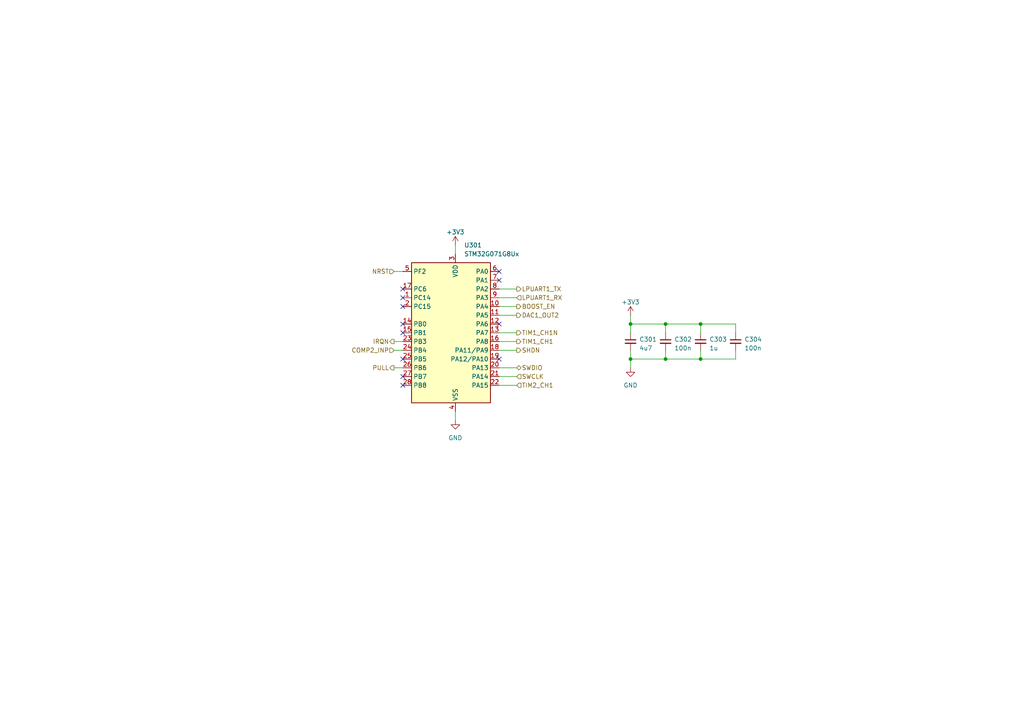
<source format=kicad_sch>
(kicad_sch (version 20231120) (generator "eeschema") (generator_version "8.0")
  (paper "A4")
  (title_block (date "2024-01-02") (rev "1"))
  (lib_symbols
    (symbol "Device:C_Small" (pin_numbers hide) (pin_names (offset 0.254) hide)
      (property "Reference" "C" (at 0.254 1.778 0))
      (property "Value" "C_Small" (at 0.254 -2.032 0))
      (symbol "C_Small_0_1"
        (polyline (pts (xy -1.524 -0.508) (xy 1.524 -0.508)) (stroke (width 0.3302)))
        (polyline (pts (xy -1.524 0.508) (xy 1.524 0.508)) (stroke (width 0.3048)))
      )
      (symbol "C_Small_1_1"
        (pin passive line (at 0 2.54 270) (length 2.032) (name "~") (number "1"))
        (pin passive line (at 0 -2.54 90) (length 2.032) (name "~") (number "2"))
      )
    )
    (symbol "MCU_ST_STM32G0:STM32G071G8Ux"
      (property "Reference" "U" (at -10.16 21.59 0))
      (property "Value" "STM32G071G8Ux" (at 5.08 21.59 0))
      (symbol "STM32G071G8Ux_0_1"
        (rectangle (start -10.16 -20.32) (end 12.7 20.32) (stroke (width 0.254)) (fill (type background)))
      )
      (symbol "STM32G071G8Ux_1_1"
        (pin bidirectional line (at -12.7 10.16 0) (length 2.54) (name "PC14") (number "1"))
        (pin bidirectional line (at 15.24 7.62 180) (length 2.54) (name "PA4") (number "10"))
        (pin bidirectional line (at 15.24 5.08 180) (length 2.54) (name "PA5") (number "11"))
        (pin bidirectional line (at 15.24 2.54 180) (length 2.54) (name "PA6") (number "12"))
        (pin bidirectional line (at 15.24 0 180) (length 2.54) (name "PA7") (number "13"))
        (pin bidirectional line (at -12.7 2.54 0) (length 2.54) (name "PB0") (number "14"))
        (pin bidirectional line (at -12.7 0 0) (length 2.54) (name "PB1") (number "15"))
        (pin bidirectional line (at 15.24 -2.54 180) (length 2.54) (name "PA8") (number "16"))
        (pin bidirectional line (at -12.7 12.7 0) (length 2.54) (name "PC6") (number "17"))
        (pin bidirectional line (at 15.24 -5.08 180) (length 2.54) (name "PA11/PA9") (number "18"))
        (pin bidirectional line (at 15.24 -7.62 180) (length 2.54) (name "PA12/PA10") (number "19"))
        (pin bidirectional line (at -12.7 7.62 0) (length 2.54) (name "PC15") (number "2"))
        (pin bidirectional line (at 15.24 -10.16 180) (length 2.54) (name "PA13") (number "20"))
        (pin bidirectional line (at 15.24 -12.7 180) (length 2.54) (name "PA14") (number "21"))
        (pin bidirectional line (at 15.24 -15.24 180) (length 2.54) (name "PA15") (number "22"))
        (pin bidirectional line (at -12.7 -2.54 0) (length 2.54) (name "PB3") (number "23"))
        (pin bidirectional line (at -12.7 -5.08 0) (length 2.54) (name "PB4") (number "24"))
        (pin bidirectional line (at -12.7 -7.62 0) (length 2.54) (name "PB5") (number "25"))
        (pin bidirectional line (at -12.7 -10.16 0) (length 2.54) (name "PB6") (number "26"))
        (pin bidirectional line (at -12.7 -12.7 0) (length 2.54) (name "PB7") (number "27"))
        (pin bidirectional line (at -12.7 -15.24 0) (length 2.54) (name "PB8") (number "28"))
        (pin power_in line (at 2.54 22.86 270) (length 2.54) (name "VDD") (number "3"))
        (pin power_in line (at 2.54 -22.86 90) (length 2.54) (name "VSS") (number "4"))
        (pin bidirectional line (at -12.7 17.78 0) (length 2.54) (name "PF2") (number "5"))
        (pin bidirectional line (at 15.24 17.78 180) (length 2.54) (name "PA0") (number "6"))
        (pin bidirectional line (at 15.24 15.24 180) (length 2.54) (name "PA1") (number "7"))
        (pin bidirectional line (at 15.24 12.7 180) (length 2.54) (name "PA2") (number "8"))
        (pin bidirectional line (at 15.24 10.16 180) (length 2.54) (name "PA3") (number "9"))
      )
    )
    (symbol "power:+3V3" (power) (pin_names (offset 0))
      (property "Value" "+3V3" (at 0 3.556 0))
      (symbol "+3V3_0_1"
        (polyline (pts (xy -0.762 1.27) (xy 0 2.54)))
        (polyline (pts (xy 0 0) (xy 0 2.54)))
        (polyline (pts (xy 0 2.54) (xy 0.762 1.27)))
      )
      (symbol "+3V3_1_1"
        (pin power_in line (at 0 0 90) (length 0) hide (name "+3V3") (number "1"))
      )
    )
    (symbol "power:GND" (power) (pin_names (offset 0))
      (property "Value" "GND" (at 0 -3.81 0))
      (symbol "GND_0_1"
        (polyline (pts (xy 0 0) (xy 0 -1.27) (xy 1.27 -1.27) (xy 0 -2.54) (xy -1.27 -1.27) (xy 0 -1.27)))
      )
      (symbol "GND_1_1"
        (pin power_in line (at 0 0 270) (length 0) hide (name "GND") (number "1"))
      )
    )
  )
  (junction (at 203.2 104.14))
  (junction (at 193.04 104.14))
  (junction (at 182.88 104.14))
  (junction (at 182.88 93.98))
  (junction (at 203.2 93.98))
  (junction (at 193.04 93.98))
  (no_connect (at 116.84 93.98))
  (no_connect (at 116.84 86.36))
  (no_connect (at 144.78 93.98))
  (no_connect (at 116.84 96.52))
  (no_connect (at 116.84 109.22))
  (no_connect (at 116.84 111.76))
  (no_connect (at 144.78 78.74))
  (no_connect (at 116.84 83.82))
  (no_connect (at 116.84 88.9))
  (no_connect (at 144.78 81.28))
  (no_connect (at 116.84 104.14))
  (no_connect (at 144.78 104.14))
  (wire (pts (xy 182.88 104.14) (xy 193.04 104.14)))
  (wire (pts (xy 182.88 91.44) (xy 182.88 93.98)))
  (wire (pts (xy 114.3 99.06) (xy 116.84 99.06)))
  (wire (pts (xy 193.04 93.98) (xy 203.2 93.98)))
  (wire (pts (xy 193.04 104.14) (xy 193.04 101.6)))
  (wire (pts (xy 182.88 93.98) (xy 193.04 93.98)))
  (wire (pts (xy 203.2 104.14) (xy 213.36 104.14)))
  (wire (pts (xy 132.08 71.12) (xy 132.08 73.66)))
  (wire (pts (xy 182.88 93.98) (xy 182.88 96.52)))
  (wire (pts (xy 182.88 106.68) (xy 182.88 104.14)))
  (wire (pts (xy 149.86 88.9) (xy 144.78 88.9)))
  (wire (pts (xy 149.86 83.82) (xy 144.78 83.82)))
  (wire (pts (xy 114.3 106.68) (xy 116.84 106.68)))
  (wire (pts (xy 203.2 104.14) (xy 203.2 101.6)))
  (wire (pts (xy 213.36 104.14) (xy 213.36 101.6)))
  (wire (pts (xy 149.86 91.44) (xy 144.78 91.44)))
  (wire (pts (xy 149.86 109.22) (xy 144.78 109.22)))
  (wire (pts (xy 203.2 93.98) (xy 213.36 93.98)))
  (wire (pts (xy 203.2 93.98) (xy 203.2 96.52)))
  (wire (pts (xy 114.3 78.74) (xy 116.84 78.74)))
  (wire (pts (xy 149.86 106.68) (xy 144.78 106.68)))
  (wire (pts (xy 114.3 101.6) (xy 116.84 101.6)))
  (wire (pts (xy 132.08 121.92) (xy 132.08 119.38)))
  (wire (pts (xy 193.04 104.14) (xy 203.2 104.14)))
  (wire (pts (xy 149.86 101.6) (xy 144.78 101.6)))
  (wire (pts (xy 193.04 93.98) (xy 193.04 96.52)))
  (wire (pts (xy 149.86 96.52) (xy 144.78 96.52)))
  (wire (pts (xy 213.36 93.98) (xy 213.36 96.52)))
  (wire (pts (xy 182.88 104.14) (xy 182.88 101.6)))
  (wire (pts (xy 149.86 111.76) (xy 144.78 111.76)))
  (wire (pts (xy 149.86 99.06) (xy 144.78 99.06)))
  (wire (pts (xy 149.86 86.36) (xy 144.78 86.36)))
  (hierarchical_label "BOOST_EN" (shape output) (at 149.86 88.9 0))
  (hierarchical_label "NRST" (shape input) (at 114.3 78.74 180))
  (hierarchical_label "COMP2_INP" (shape input) (at 114.3 101.6 180))
  (hierarchical_label "IRQN" (shape output) (at 114.3 99.06 180))
  (hierarchical_label "DAC1_OUT2" (shape output) (at 149.86 91.44 0))
  (hierarchical_label "TIM2_CH1" (shape input) (at 149.86 111.76 0))
  (hierarchical_label "SWCLK" (shape input) (at 149.86 109.22 0))
  (hierarchical_label "PULL" (shape output) (at 114.3 106.68 180))
  (hierarchical_label "TIM1_CH1" (shape output) (at 149.86 99.06 0))
  (hierarchical_label "LPUART1_TX" (shape output) (at 149.86 83.82 0))
  (hierarchical_label "SWDIO" (shape bidirectional) (at 149.86 106.68 0))
  (hierarchical_label "SHDN" (shape output) (at 149.86 101.6 0))
  (hierarchical_label "LPUART1_RX" (shape input) (at 149.86 86.36 0))
  (hierarchical_label "TIM1_CH1N" (shape output) (at 149.86 96.52 0))
  (symbol (lib_id "Device:C_Small") (at 213.36 99.06 0) (unit 1)
    (property "Reference" "C304" (at 215.9 98.4313 0) (effects (justify left)))
    (property "Value" "100n" (at 215.9 100.9713 0) (effects (justify left)))
    (property "Footprint" "Capacitor_SMD:C_0402_1005Metric" (effects (hide yes)))
  )
  (symbol (lib_id "power:+3V3") (at 182.88 91.44 0) (unit 1)
    (property "Reference" "#PWR0303" (effects (hide yes)))
    (property "Value" "+3V3" (at 182.88 87.63 0))
  )
  (symbol (lib_id "Device:C_Small") (at 203.2 99.06 0) (unit 1)
    (property "Reference" "C303" (at 205.74 98.4313 0) (effects (justify left)))
    (property "Value" "1u" (at 205.74 100.9713 0) (effects (justify left)))
    (property "Footprint" "Capacitor_SMD:C_0402_1005Metric" (effects (hide yes)))
  )
  (symbol (lib_id "power:GND") (at 182.88 106.68 0) (unit 1)
    (property "Reference" "#PWR0304" (effects (hide yes)))
    (property "Value" "GND" (at 182.88 111.76 0))
  )
  (symbol (lib_id "power:+3V3") (at 132.08 71.12 0) (unit 1)
    (property "Reference" "#PWR0301" (effects (hide yes)))
    (property "Value" "+3V3" (at 132.08 67.31 0))
  )
  (symbol (lib_id "Device:C_Small") (at 182.88 99.06 0) (unit 1)
    (property "Reference" "C301" (at 185.42 98.4313 0) (effects (justify left)))
    (property "Value" "4u7" (at 185.42 100.9713 0) (effects (justify left)))
    (property "Footprint" "Capacitor_SMD:C_0402_1005Metric" (effects (hide yes)))
  )
  (symbol (lib_id "MCU_ST_STM32G0:STM32G071G8Ux") (at 129.54 96.52 0) (unit 1)
    (property "Reference" "U301" (at 134.62 71.12 0) (effects (justify left)))
    (property "Value" "STM32G071G8Ux" (at 134.62 73.66 0) (effects (justify left)))
    (property "Footprint" "Package_DFN_QFN:QFN-28_4x4mm_P0.5mm" (effects (hide yes)))
    (property "Datasheet" "https://www.st.com/resource/en/datasheet/stm32g071g8.pdf" (effects (hide yes)))
  )
  (symbol (lib_id "Device:C_Small") (at 193.04 99.06 0) (unit 1)
    (property "Reference" "C302" (at 195.58 98.4313 0) (effects (justify left)))
    (property "Value" "100n" (at 195.58 100.9713 0) (effects (justify left)))
    (property "Footprint" "Capacitor_SMD:C_0402_1005Metric" (effects (hide yes)))
  )
  (symbol (lib_id "power:GND") (at 132.08 121.92 0) (unit 1)
    (property "Reference" "#PWR0302" (effects (hide yes)))
    (property "Value" "GND" (at 132.08 127 0))
  )
)
</source>
